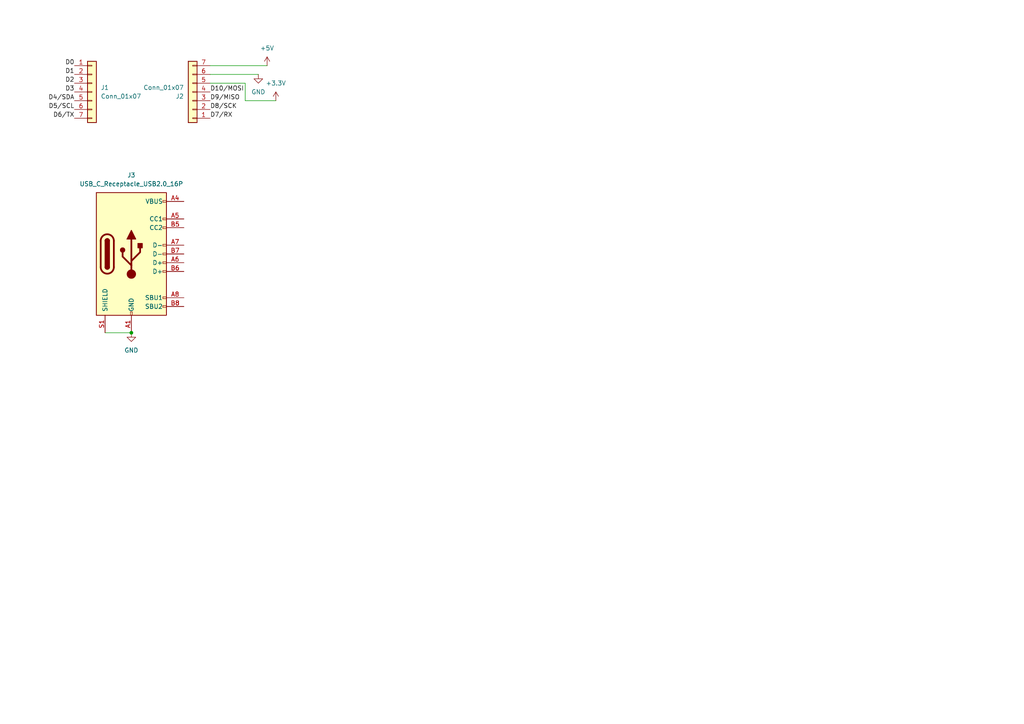
<source format=kicad_sch>
(kicad_sch (version 20231120) (generator "eeschema") (generator_version "8.0")
  (paper "A4")
  (lib_symbols
    (symbol "Connector:USB_C_Receptacle_USB2.0_16P" (pin_names (offset 1.016))
      (property "Reference" "J" (at 0 22.225 0))
      (property "Value" "USB_C_Receptacle_USB2.0_16P" (at 0 19.685 0))
      (symbol "USB_C_Receptacle_USB2.0_16P_0_0"
        (rectangle (start -0.254 -17.78) (end 0.254 -16.764))
        (rectangle (start 10.16 -14.986) (end 9.144 -15.494))
        (rectangle (start 10.16 -12.446) (end 9.144 -12.954))
        (rectangle (start 10.16 -4.826) (end 9.144 -5.334))
        (rectangle (start 10.16 -2.286) (end 9.144 -2.794))
        (rectangle (start 10.16 0.254) (end 9.144 -0.254))
        (rectangle (start 10.16 2.794) (end 9.144 2.286))
        (rectangle (start 10.16 7.874) (end 9.144 7.366))
        (rectangle (start 10.16 10.414) (end 9.144 9.906))
        (rectangle (start 10.16 15.494) (end 9.144 14.986))
      )
      (symbol "USB_C_Receptacle_USB2.0_16P_0_1"
        (rectangle (start -10.16 17.78) (end 10.16 -17.78) (stroke (width 0.254)) (fill (type background)))
        (arc (start -8.89 -3.81) (mid -6.985 -5.7067) (end -5.08 -3.81) (stroke (width 0.508)))
        (arc (start -7.62 -3.81) (mid -6.985 -4.4423) (end -6.35 -3.81) (stroke (width 0.254)))
        (arc (start -7.62 -3.81) (mid -6.985 -4.4423) (end -6.35 -3.81) (stroke (width 0.254)) (fill (type outline)))
        (rectangle (start -7.62 -3.81) (end -6.35 3.81) (stroke (width 0.254)) (fill (type outline)))
        (arc (start -6.35 3.81) (mid -6.985 4.4423) (end -7.62 3.81) (stroke (width 0.254)))
        (arc (start -6.35 3.81) (mid -6.985 4.4423) (end -7.62 3.81) (stroke (width 0.254)) (fill (type outline)))
        (arc (start -5.08 3.81) (mid -6.985 5.7067) (end -8.89 3.81) (stroke (width 0.508)))
        (circle (center -2.54 1.143) (radius 0.635) (stroke (width 0.254)) (fill (type outline)))
        (circle (center 0 -5.842) (radius 1.27) (fill (type outline)))
        (polyline (pts (xy -8.89 -3.81) (xy -8.89 3.81)) (stroke (width 0.508)))
        (polyline (pts (xy -5.08 3.81) (xy -5.08 -3.81)) (stroke (width 0.508)))
        (polyline (pts (xy 0 -5.842) (xy 0 4.318)) (stroke (width 0.508)))
        (polyline (pts (xy 0 -3.302) (xy -2.54 -0.762) (xy -2.54 0.508)) (stroke (width 0.508)))
        (polyline (pts (xy 0 -2.032) (xy 2.54 0.508) (xy 2.54 1.778)) (stroke (width 0.508)))
        (polyline (pts (xy -1.27 4.318) (xy 0 6.858) (xy 1.27 4.318) (xy -1.27 4.318)) (stroke (width 0.254)) (fill (type outline)))
        (rectangle (start 1.905 1.778) (end 3.175 3.048) (stroke (width 0.254)) (fill (type outline)))
      )
      (symbol "USB_C_Receptacle_USB2.0_16P_1_1"
        (pin passive line (at 0 -22.86 90) (length 5.08) (name "GND") (number "A1"))
        (pin passive line (at 0 -22.86 90) (length 5.08) hide (name "GND") (number "A12"))
        (pin passive line (at 15.24 15.24 180) (length 5.08) (name "VBUS") (number "A4"))
        (pin bidirectional line (at 15.24 10.16 180) (length 5.08) (name "CC1") (number "A5"))
        (pin bidirectional line (at 15.24 -2.54 180) (length 5.08) (name "D+") (number "A6"))
        (pin bidirectional line (at 15.24 2.54 180) (length 5.08) (name "D-") (number "A7"))
        (pin bidirectional line (at 15.24 -12.7 180) (length 5.08) (name "SBU1") (number "A8"))
        (pin passive line (at 15.24 15.24 180) (length 5.08) hide (name "VBUS") (number "A9"))
        (pin passive line (at 0 -22.86 90) (length 5.08) hide (name "GND") (number "B1"))
        (pin passive line (at 0 -22.86 90) (length 5.08) hide (name "GND") (number "B12"))
        (pin passive line (at 15.24 15.24 180) (length 5.08) hide (name "VBUS") (number "B4"))
        (pin bidirectional line (at 15.24 7.62 180) (length 5.08) (name "CC2") (number "B5"))
        (pin bidirectional line (at 15.24 -5.08 180) (length 5.08) (name "D+") (number "B6"))
        (pin bidirectional line (at 15.24 0 180) (length 5.08) (name "D-") (number "B7"))
        (pin bidirectional line (at 15.24 -15.24 180) (length 5.08) (name "SBU2") (number "B8"))
        (pin passive line (at 15.24 15.24 180) (length 5.08) hide (name "VBUS") (number "B9"))
        (pin passive line (at -7.62 -22.86 90) (length 5.08) (name "SHIELD") (number "S1"))
      )
    )
    (symbol "Connector_Generic:Conn_01x07" (pin_names (offset 1.016) hide)
      (property "Reference" "J" (at 0 10.16 0))
      (property "Value" "Conn_01x07" (at 0 -10.16 0))
      (symbol "Conn_01x07_1_1"
        (rectangle (start -1.27 -7.493) (end 0 -7.747) (stroke (width 0.1524)))
        (rectangle (start -1.27 -4.953) (end 0 -5.207) (stroke (width 0.1524)))
        (rectangle (start -1.27 -2.413) (end 0 -2.667) (stroke (width 0.1524)))
        (rectangle (start -1.27 0.127) (end 0 -0.127) (stroke (width 0.1524)))
        (rectangle (start -1.27 2.667) (end 0 2.413) (stroke (width 0.1524)))
        (rectangle (start -1.27 5.207) (end 0 4.953) (stroke (width 0.1524)))
        (rectangle (start -1.27 7.747) (end 0 7.493) (stroke (width 0.1524)))
        (rectangle (start -1.27 8.89) (end 1.27 -8.89) (stroke (width 0.254)) (fill (type background)))
        (pin passive line (at -5.08 7.62 0) (length 3.81) (name "Pin_1") (number "1"))
        (pin passive line (at -5.08 5.08 0) (length 3.81) (name "Pin_2") (number "2"))
        (pin passive line (at -5.08 2.54 0) (length 3.81) (name "Pin_3") (number "3"))
        (pin passive line (at -5.08 0 0) (length 3.81) (name "Pin_4") (number "4"))
        (pin passive line (at -5.08 -2.54 0) (length 3.81) (name "Pin_5") (number "5"))
        (pin passive line (at -5.08 -5.08 0) (length 3.81) (name "Pin_6") (number "6"))
        (pin passive line (at -5.08 -7.62 0) (length 3.81) (name "Pin_7") (number "7"))
      )
    )
    (symbol "power:+3.3V" (power) (pin_numbers hide) (pin_names (offset 0) hide)
      (property "Value" "+3.3V" (at 0 3.556 0))
      (symbol "+3.3V_0_1"
        (polyline (pts (xy -0.762 1.27) (xy 0 2.54)))
        (polyline (pts (xy 0 0) (xy 0 2.54)))
        (polyline (pts (xy 0 2.54) (xy 0.762 1.27)))
      )
      (symbol "+3.3V_1_1"
        (pin power_in line (at 0 0 90) (length 0) (name "~") (number "1"))
      )
    )
    (symbol "power:+5V" (power) (pin_numbers hide) (pin_names (offset 0) hide)
      (property "Value" "+5V" (at 0 3.556 0))
      (symbol "+5V_0_1"
        (polyline (pts (xy -0.762 1.27) (xy 0 2.54)))
        (polyline (pts (xy 0 0) (xy 0 2.54)))
        (polyline (pts (xy 0 2.54) (xy 0.762 1.27)))
      )
      (symbol "+5V_1_1"
        (pin power_in line (at 0 0 90) (length 0) (name "~") (number "1"))
      )
    )
    (symbol "power:GND" (power) (pin_numbers hide) (pin_names (offset 0) hide)
      (property "Value" "GND" (at 0 -3.81 0))
      (symbol "GND_0_1"
        (polyline (pts (xy 0 0) (xy 0 -1.27) (xy 1.27 -1.27) (xy 0 -2.54) (xy -1.27 -1.27) (xy 0 -1.27)))
      )
      (symbol "GND_1_1"
        (pin power_in line (at 0 0 270) (length 0) (name "~") (number "1"))
      )
    )
  )
  (junction (at 38.1 96.52))
  (wire (pts (xy 71.12 24.13) (xy 60.96 24.13)))
  (wire (pts (xy 71.12 29.21) (xy 71.12 24.13)))
  (wire (pts (xy 60.96 21.59) (xy 74.93 21.59)))
  (wire (pts (xy 60.96 19.05) (xy 77.47 19.05)))
  (wire (pts (xy 30.48 96.52) (xy 38.1 96.52)))
  (wire (pts (xy 80.01 29.21) (xy 71.12 29.21)))
  (label "D6{slash}TX" (at 21.59 34.29 180))
  (label "D9{slash}MISO" (at 60.96 29.21 0))
  (label "D2" (at 21.59 24.13 180))
  (label "D0" (at 21.59 19.05 180))
  (label "D7{slash}RX" (at 60.96 34.29 0))
  (label "D1" (at 21.59 21.59 180))
  (label "D4{slash}SDA" (at 21.59 29.21 180))
  (label "D8{slash}SCK" (at 60.96 31.75 0))
  (label "D5{slash}SCL" (at 21.59 31.75 180))
  (label "D10{slash}MOSI" (at 60.96 26.67 0))
  (label "D3" (at 21.59 26.67 180))
  (symbol (lib_id "Connector_Generic:Conn_01x07") (at 26.67 26.67 0) (unit 1)
    (property "Reference" "J1" (at 29.21 25.3999 0) (effects (justify left)))
    (property "Value" "Conn_01x07" (at 29.21 27.9399 0) (effects (justify left)))
    (property "Footprint" "Xiao-PinHeader_2.54mm:H7-HALF-HOLE-2.54" (effects (hide yes)))
    (property "Description" "Generic connector, single row, 01x07, script generated (kicad-library-utils/schlib/autogen/connector/)" (effects (hide yes)))
  )
  (symbol (lib_id "power:GND") (at 74.93 21.59 0) (unit 1)
    (property "Reference" "#PWR02" (effects (hide yes)))
    (property "Value" "GND" (at 74.93 26.67 0))
    (property "Description" "Power symbol creates a global label with name \"GND\" , ground" (effects (hide yes)))
  )
  (symbol (lib_id "Connector:USB_C_Receptacle_USB2.0_16P") (at 38.1 73.66 0) (unit 1)
    (property "Reference" "J3" (at 38.1 50.8 0))
    (property "Value" "USB_C_Receptacle_USB2.0_16P" (at 38.1 53.34 0))
    (property "Footprint" "Connector_USB:USB_C_Receptacle_HRO_TYPE-C-31-M-12" (effects (hide yes)))
    (property "Datasheet" "https://www.usb.org/sites/default/files/documents/usb_type-c.zip" (effects (hide yes)))
    (property "Description" "USB 2.0-only 16P Type-C Receptacle connector" (effects (hide yes)))
  )
  (symbol (lib_id "power:GND") (at 38.1 96.52 0) (unit 1)
    (property "Reference" "#PWR04" (effects (hide yes)))
    (property "Value" "GND" (at 38.1 101.6 0))
    (property "Description" "Power symbol creates a global label with name \"GND\" , ground" (effects (hide yes)))
  )
  (symbol (lib_id "power:+3.3V") (at 80.01 29.21 0) (unit 1)
    (property "Reference" "#PWR03" (effects (hide yes)))
    (property "Value" "+3.3V" (at 80.01 24.13 0))
    (property "Description" "Power symbol creates a global label with name \"+3.3V\"" (effects (hide yes)))
  )
  (symbol (lib_id "Connector_Generic:Conn_01x07") (at 55.88 26.67 180) (unit 1)
    (property "Reference" "J2" (at 53.34 27.9401 0) (effects (justify left)))
    (property "Value" "Conn_01x07" (at 53.34 25.4001 0) (effects (justify left)))
    (property "Footprint" "Xiao-PinHeader_2.54mm:H7-HALF-HOLE-2.54" (effects (hide yes)))
    (property "Description" "Generic connector, single row, 01x07, script generated (kicad-library-utils/schlib/autogen/connector/)" (effects (hide yes)))
  )
  (symbol (lib_id "power:+5V") (at 77.47 19.05 0) (unit 1)
    (property "Reference" "#PWR01" (effects (hide yes)))
    (property "Value" "+5V" (at 77.47 13.97 0))
    (property "Description" "Power symbol creates a global label with name \"+5V\"" (effects (hide yes)))
  )
)
</source>
